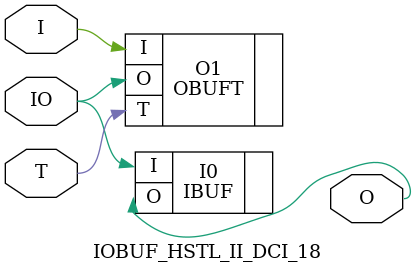
<source format=v>


`timescale  1 ps / 1 ps


module IOBUF_HSTL_II_DCI_18 (O, IO, I, T);

    output O;

    inout  IO;

    input  I, T;

        OBUFT #(.IOSTANDARD("HSTL_II_DCI_18") ) O1 (.O(IO), .I(I), .T(T)); 
	IBUF #(.IOSTANDARD("HSTL_II_DCI_18"))  I0 (.O(O), .I(IO));
        

endmodule



</source>
